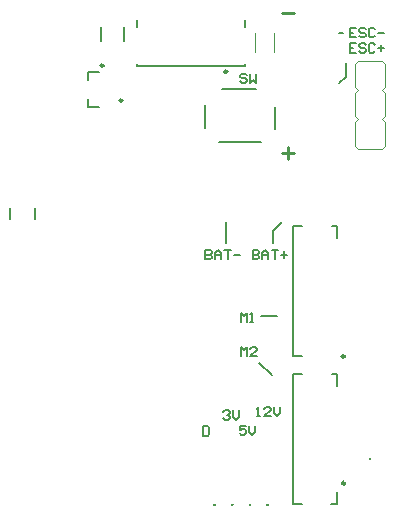
<source format=gbr>
%TF.GenerationSoftware,Altium Limited,Altium Designer,26.2.0 (7)*%
G04 Layer_Color=65535*
%FSLAX45Y45*%
%MOMM*%
%TF.SameCoordinates,0EF2FD25-9F0B-49EC-8662-A35640DF5B91*%
%TF.FilePolarity,Positive*%
%TF.FileFunction,Legend,Top*%
%TF.Part,Single*%
G01*
G75*
%TA.AperFunction,NonConductor*%
%ADD45C,0.25000*%
%ADD46C,0.20000*%
%ADD47C,0.25400*%
%ADD48C,0.18000*%
%ADD49C,0.10000*%
%ADD50C,0.16000*%
D45*
X12690000Y7327500D02*
G03*
X12690000Y7327500I-12500J0D01*
G01*
X12687500Y8400000D02*
G03*
X12687500Y8400000I-12500J0D01*
G01*
X11692500Y10813000D02*
G03*
X11692500Y10813000I-12500J0D01*
G01*
X10805000Y10570000D02*
G03*
X10805000Y10570000I-12500J0D01*
G01*
X10646100Y10863300D02*
G03*
X10646100Y10863300I-12500J0D01*
G01*
D46*
X12909570Y7533000D02*
G03*
X12909570Y7533000I-7071J0D01*
G01*
X11682500Y9360000D02*
Y9542500D01*
X12077500Y9467500D02*
X12152500Y9542500D01*
X12077500Y9360000D02*
Y9419375D01*
Y9467500D01*
X12252500Y7152500D02*
X12327500D01*
X12567500D02*
X12622500D01*
Y7255000D01*
X12252500Y8252500D02*
X12327500D01*
X12622500Y8150000D02*
Y8252500D01*
X12580000D02*
X12622500D01*
X12252500Y7152500D02*
Y8252500D01*
Y8402501D02*
X12327500D01*
X12252500Y9502500D02*
X12327500D01*
X12622500Y9400001D02*
Y9502500D01*
X12580000D02*
X12622500D01*
X12252500Y8402501D02*
Y9502500D01*
X12697500Y10770000D02*
Y10890000D01*
X12642500Y10715000D02*
X12697500Y10770000D01*
X12637500Y11140000D02*
X12675000D01*
X12095000Y10330000D02*
Y10510000D01*
X11645000Y10667500D02*
X11937500D01*
X11505000Y10332500D02*
Y10527500D01*
X11620000Y10217500D02*
X11982500D01*
X11975000Y8745000D02*
X12112500D01*
X11965000Y8345000D02*
X12070000Y8240000D01*
X11840000Y10864000D02*
Y10875500D01*
Y11190500D02*
Y11248500D01*
X10925000Y10864000D02*
Y10875500D01*
Y11190500D02*
Y11248500D01*
Y10864000D02*
X11840000D01*
X10510000Y10510000D02*
X10610000D01*
X10510000D02*
Y10580000D01*
Y10810000D02*
X10610000D01*
X10510000Y10740000D02*
Y10810000D01*
X10627500Y11070000D02*
Y11190000D01*
X10817500Y11070000D02*
Y11190000D01*
D47*
X11585000Y7145000D02*
G03*
X11585000Y7145000I-2500J0D01*
G01*
X12035000D02*
G03*
X12035000Y7145000I-2500J0D01*
G01*
X11885000D02*
G03*
X11885000Y7145000I-2500J0D01*
G01*
X11735000D02*
G03*
X11735000Y7145000I-2500J0D01*
G01*
X12262101Y10126316D02*
X12160534D01*
X12211318Y10075533D02*
Y10177100D01*
X12259601Y11307100D02*
X12158034D01*
D48*
X9857500Y9566250D02*
Y9658750D01*
X10062500Y9566250D02*
Y9658750D01*
D49*
X13002499Y10410500D02*
X13027499Y10435500D01*
X13002499Y10410500D02*
X13027499Y10385500D01*
X12777500Y10435500D02*
X12802499Y10410500D01*
X12777500Y10385500D02*
X12802499Y10410500D01*
X12777500Y10633500D02*
X12802499Y10658500D01*
X12777500Y10435500D02*
Y10633500D01*
X13002499Y10658500D02*
X13027499Y10633500D01*
Y10435500D02*
Y10633500D01*
Y10183500D02*
Y10385500D01*
X13002499Y10158500D02*
X13027499Y10183500D01*
X12902499Y10158500D02*
X13002499D01*
X12777500Y10183500D02*
Y10385500D01*
Y10183500D02*
X12802499Y10158500D01*
X12902499D01*
X13027499Y10683500D02*
Y10881500D01*
X13002499Y10906500D02*
X13027499Y10881500D01*
X12802499Y10906500D02*
X13002499D01*
X12777500Y10683500D02*
Y10881500D01*
X12802499Y10906500D01*
X12777500Y10683500D02*
X12802499Y10658500D01*
X13002499D02*
X13027499Y10683500D01*
X11927500Y10980000D02*
Y11140000D01*
X12087500Y10980000D02*
Y11140000D01*
D50*
X11908500Y9303474D02*
Y9223500D01*
X11948487D01*
X11961816Y9236829D01*
Y9250158D01*
X11948487Y9263487D01*
X11908500D01*
X11948487D01*
X11961816Y9276816D01*
Y9290145D01*
X11948487Y9303474D01*
X11908500D01*
X11988474Y9223500D02*
Y9276816D01*
X12015132Y9303474D01*
X12041790Y9276816D01*
Y9223500D01*
Y9263487D01*
X11988474D01*
X12068448Y9303474D02*
X12121764D01*
X12095106D01*
Y9223500D01*
X12148422Y9263487D02*
X12201739D01*
X12175081Y9290145D02*
Y9236829D01*
X11508500Y9303474D02*
Y9223500D01*
X11548487D01*
X11561816Y9236829D01*
Y9250158D01*
X11548487Y9263487D01*
X11508500D01*
X11548487D01*
X11561816Y9276816D01*
Y9290145D01*
X11548487Y9303474D01*
X11508500D01*
X11588474Y9223500D02*
Y9276816D01*
X11615132Y9303474D01*
X11641790Y9276816D01*
Y9223500D01*
Y9263487D01*
X11588474D01*
X11668448Y9303474D02*
X11721764D01*
X11695106D01*
Y9223500D01*
X11748423Y9263487D02*
X11801739D01*
X11856816Y10782645D02*
X11843487Y10795974D01*
X11816829D01*
X11803500Y10782645D01*
Y10769316D01*
X11816829Y10755987D01*
X11843487D01*
X11856816Y10742658D01*
Y10729329D01*
X11843487Y10716000D01*
X11816829D01*
X11803500Y10729329D01*
X11883474Y10795974D02*
Y10716000D01*
X11910132Y10742658D01*
X11936790Y10716000D01*
Y10795974D01*
X12784316Y11053474D02*
X12731000D01*
Y10973500D01*
X12784316D01*
X12731000Y11013487D02*
X12757658D01*
X12864290Y11040145D02*
X12850961Y11053474D01*
X12824303D01*
X12810974Y11040145D01*
Y11026816D01*
X12824303Y11013487D01*
X12850961D01*
X12864290Y11000158D01*
Y10986829D01*
X12850961Y10973500D01*
X12824303D01*
X12810974Y10986829D01*
X12944264Y11040145D02*
X12930936Y11053474D01*
X12904277D01*
X12890948Y11040145D01*
Y10986829D01*
X12904277Y10973500D01*
X12930936D01*
X12944264Y10986829D01*
X12970921Y11013487D02*
X13024239D01*
X12997581Y11040145D02*
Y10986829D01*
X12784316Y11183474D02*
X12731000D01*
Y11103500D01*
X12784316D01*
X12731000Y11143487D02*
X12757658D01*
X12864290Y11170145D02*
X12850961Y11183474D01*
X12824303D01*
X12810974Y11170145D01*
Y11156816D01*
X12824303Y11143487D01*
X12850961D01*
X12864290Y11130158D01*
Y11116829D01*
X12850961Y11103500D01*
X12824303D01*
X12810974Y11116829D01*
X12944264Y11170145D02*
X12930936Y11183474D01*
X12904277D01*
X12890948Y11170145D01*
Y11116829D01*
X12904277Y11103500D01*
X12930936D01*
X12944264Y11116829D01*
X12970921Y11143487D02*
X13024239D01*
X11808500Y8401000D02*
Y8480974D01*
X11835158Y8454316D01*
X11861816Y8480974D01*
Y8401000D01*
X11941790D02*
X11888474D01*
X11941790Y8454316D01*
Y8467645D01*
X11928461Y8480974D01*
X11901803D01*
X11888474Y8467645D01*
X11808500Y8691000D02*
Y8770974D01*
X11835158Y8744316D01*
X11861816Y8770974D01*
Y8691000D01*
X11888474D02*
X11915132D01*
X11901803D01*
Y8770974D01*
X11888474Y8757645D01*
X11941000Y7893500D02*
X11967658D01*
X11954329D01*
Y7973474D01*
X11941000Y7960145D01*
X12060961Y7893500D02*
X12007645D01*
X12060961Y7946816D01*
Y7960145D01*
X12047632Y7973474D01*
X12020974D01*
X12007645Y7960145D01*
X12087619Y7973474D02*
Y7920158D01*
X12114278Y7893500D01*
X12140936Y7920158D01*
Y7973474D01*
X11851816Y7815974D02*
X11798500D01*
Y7775987D01*
X11825158Y7789316D01*
X11838487D01*
X11851816Y7775987D01*
Y7749329D01*
X11838487Y7736000D01*
X11811829D01*
X11798500Y7749329D01*
X11878474Y7815974D02*
Y7762658D01*
X11905132Y7736000D01*
X11931790Y7762658D01*
Y7815974D01*
X11661000Y7932645D02*
X11674329Y7945974D01*
X11700987D01*
X11714316Y7932645D01*
Y7919316D01*
X11700987Y7905987D01*
X11687658D01*
X11700987D01*
X11714316Y7892658D01*
Y7879329D01*
X11700987Y7866000D01*
X11674329D01*
X11661000Y7879329D01*
X11740974Y7945974D02*
Y7892658D01*
X11767632Y7866000D01*
X11794290Y7892658D01*
Y7945974D01*
X11486000Y7808474D02*
Y7728500D01*
X11525987D01*
X11539316Y7741829D01*
Y7795145D01*
X11525987Y7808474D01*
X11486000D01*
%TF.MD5,de081e8ef69e0f7e18be206cfb8643bc*%
M02*

</source>
